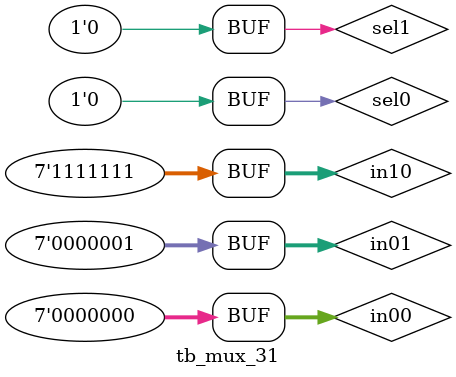
<source format=sv>
`timescale 1ns / 1ps

module tb_mux_31;

  // Inputs
  logic             sel0;
  logic             sel1;
  logic [6:0]       in10;
  logic [6:0]       in01;
  logic [6:0]       in00;

  // Outputs
  logic [6:0]       out;

  mux_31 mux_31(
    .sel1   (sel1),
    .sel0   (sel0),
    .in10   (in10),
    .in01   (in01),
    .in00   (in00),
    .out    (out )
  );

  initial begin
    in10 = 7'b1111111;
    in01 = 7'b0000001;
    in00 = 7'b0000000;
    #20;
    sel0 = 0; sel1 = 0;
    #20;
    sel0 = 1;
    #20;
    sel1 = 1;
    #20;
    sel0 = 0;
    #20;
    sel1 = 0;
    #20;
  end

endmodule
</source>
